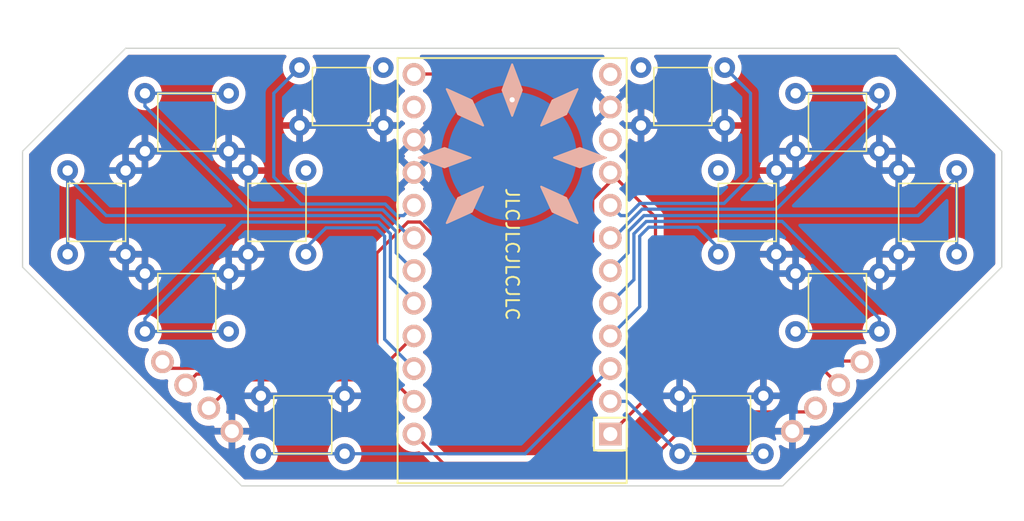
<source format=kicad_pcb>
(kicad_pcb (version 20211014) (generator pcbnew)
  (layers (0 "F.Cu" signal) (31 "B.Cu" signal) (34 "B.Paste" user) (35 "F.Paste" user) (36 "B.SilkS" user "B.Silkscreen") (37 "F.SilkS" user "F.Silkscreen") (38 "B.Mask" user) (39 "F.Mask" user) (44 "Edge.Cuts" user))
  (net 0 "")
  (net 1 "GND")
  (net 2 "UP")
  (net 3 "RIGHT")
  (net 4 "LEFT")
  (net 5 "DOWN")
  (net 6 "R")
  (net 7 "L")
  (net 8 "B")
  (net 9 "A")
  (net 10 "SELECT")
  (net 11 "START")
  (net 12 "MPLY")
  (net 13 "MREC")
  (net 14 "CAPTCH")
  (net 15 "LSTICKY")
  (net 16 "RSTICKX")
  (net 17 "RSTICKY")
  (net 18 "LSTICKX")
  (net 19 "VCC")
  (footprint "gnawman:Momentary_Button" (layer "F.Cu") (at 143.25 37.5)
    (fp_text reference "button" hide)
    (fp_text value "Momentary_Button" hide)
    (fp_rect (start -4.25 9.5) (end 0.25 5) (layer "F.SilkS") (width 0.12) (fill none))
    (pad "1" thru_hole oval (at -5.25 5 90) (size 1.6 1.6) (drill 0.8) (layers *.Cu *.Mask) (net 6 "R"))
    (pad "1" thru_hole oval (at 1.25 5 90) (size 1.6 1.6) (drill 0.8) (layers *.Cu *.Mask) (net 6 "R"))
    (pad "2" thru_hole oval (at -5.25 9.5 90) (size 1.6 1.6) (drill 0.8) (layers *.Cu *.Mask) (net 1 "GND"))
    (pad "2" thru_hole oval (at 1.25 9.5 90) (size 1.6 1.6) (drill 0.8) (layers *.Cu *.Mask) (net 1 "GND"))
  )
  (footprint "gnawman:Momentary_Button" (layer "F.Cu") (at 139.25 66 180)
    (fp_text reference "button" hide)
    (fp_text value "Momentary_Button" hide)
    (fp_rect (start -4.25 9.5) (end 0.25 5) (layer "F.SilkS") (width 0.12) (fill none))
    (pad "1" thru_hole oval (at 1.25 5 270) (size 1.6 1.6) (drill 0.8) (layers *.Cu *.Mask) (net 9 "A"))
    (pad "1" thru_hole oval (at -5.25 5 270) (size 1.6 1.6) (drill 0.8) (layers *.Cu *.Mask) (net 9 "A"))
    (pad "2" thru_hole oval (at 1.25 9.5 270) (size 1.6 1.6) (drill 0.8) (layers *.Cu *.Mask) (net 1 "GND"))
    (pad "2" thru_hole oval (at -5.25 9.5 270) (size 1.6 1.6) (drill 0.8) (layers *.Cu *.Mask) (net 1 "GND"))
  )
  (footprint "gnawman:Momentary_Button" (layer "F.Cu") (at 88.75 66 180)
    (fp_text reference "button" hide)
    (fp_text value "Momentary_Button" hide)
    (fp_rect (start -4.25 9.5) (end 0.25 5) (layer "F.SilkS") (width 0.12) (fill none))
    (pad "1" thru_hole oval (at 1.25 5 270) (size 1.6 1.6) (drill 0.8) (layers *.Cu *.Mask) (net 5 "DOWN"))
    (pad "1" thru_hole oval (at -5.25 5 270) (size 1.6 1.6) (drill 0.8) (layers *.Cu *.Mask) (net 5 "DOWN"))
    (pad "2" thru_hole oval (at -5.25 9.5 270) (size 1.6 1.6) (drill 0.8) (layers *.Cu *.Mask) (net 1 "GND"))
    (pad "2" thru_hole oval (at 1.25 9.5 270) (size 1.6 1.6) (drill 0.8) (layers *.Cu *.Mask) (net 1 "GND"))
  )
  (footprint "gnawman:Momentary_Button" (layer "F.Cu") (at 127 49.75 90)
    (fp_text reference "button" hide)
    (fp_text value "Momentary_Button" hide)
    (fp_rect (start -4.25 9.5) (end 0.25 5) (layer "F.SilkS") (width 0.12) (fill none))
    (pad "1" thru_hole oval locked (at 1.25 5 180) (size 1.6 1.6) (drill 0.8) (layers *.Cu *.Mask))
    (pad "1" thru_hole oval locked (at -5.25 5 180) (size 1.6 1.6) (drill 0.8) (layers *.Cu *.Mask) (net 7 "L"))
    (pad "2" thru_hole oval locked (at -5.25 9.5 180) (size 1.6 1.6) (drill 0.8) (layers *.Cu *.Mask) (net 1 "GND"))
    (pad "2" thru_hole oval locked (at 1.25 9.5 180) (size 1.6 1.6) (drill 0.8) (layers *.Cu *.Mask) (net 1 "GND"))
  )
  (footprint "ProMicro" (layer "F.Cu") (at 116 55 90)
    (fp_text reference "MCU1" hide)
    (fp_text value "" hide)
    (fp_line (start -15.24 6.35) (end -15.24 8.89) (layer "F.SilkS") (width 0.15))
    (fp_line (start 15.24 8.89) (end 15.24 -8.89) (layer "F.SilkS") (width 0.15))
    (fp_line (start -15.24 6.35) (end -12.7 6.35) (layer "F.SilkS") (width 0.15))
    (fp_line (start -12.7 6.35) (end -12.7 8.89) (layer "F.SilkS") (width 0.15))
    (fp_line (start 15.24 -8.89) (end -17.78 -8.89) (layer "F.SilkS") (width 0.15))
    (fp_line (start -17.78 8.89) (end 15.24 8.89) (layer "F.SilkS") (width 0.15))
    (fp_line (start -17.78 -8.89) (end -17.78 8.89) (layer "F.SilkS") (width 0.15))
    (pad "1" thru_hole rect locked (at -13.97 7.62 90) (size 1.7526 1.7526) (drill 1.0922) (layers *.Cu *.SilkS *.Mask) (net 16 "RSTICKX"))
    (pad "2" thru_hole circle locked (at -11.43 7.62 180) (size 1.7526 1.7526) (drill 1.0922) (layers *.Cu *.SilkS *.Mask) (net 11 "START"))
    (pad "3" thru_hole circle locked (at -8.89 7.62 180) (size 1.7526 1.7526) (drill 1.0922) (layers *.Cu *.SilkS *.Mask) (net 10 "SELECT"))
    (pad "4" thru_hole circle locked (at -6.35 7.62 180) (size 1.7526 1.7526) (drill 1.0922) (layers *.Cu *.SilkS *.Mask) (net 7 "L"))
    (pad "5" thru_hole circle locked (at -3.81 7.62 180) (size 1.7526 1.7526) (drill 1.0922) (layers *.Cu *.SilkS *.Mask) (net 9 "A"))
    (pad "6" thru_hole circle locked (at -1.27 7.62 180) (size 1.7526 1.7526) (drill 1.0922) (layers *.Cu *.SilkS *.Mask) (net 8 "B"))
    (pad "7" thru_hole circle (at 1.27 7.62 180) (size 1.7526 1.7526) (drill 1.0922) (layers *.Cu *.SilkS *.Mask) (net 6 "R"))
    (pad "8" thru_hole circle locked (at 3.81 7.62 180) (size 1.7526 1.7526) (drill 1.0922) (layers *.Cu *.SilkS *.Mask) (net 12 "MPLY"))
    (pad "9" thru_hole circle locked (at 6.35 7.62 180) (size 1.7526 1.7526) (drill 1.0922) (layers *.Cu *.SilkS *.Mask) (net 19 "VCC"))
    (pad "10" thru_hole circle locked (at 8.89 7.62 180) (size 1.7526 1.7526) (drill 1.0922) (layers *.Cu *.SilkS *.Mask))
    (pad "11" thru_hole circle locked (at 11.43 7.62 180) (size 1.7526 1.7526) (drill 1.0922) (layers *.Cu *.SilkS *.Mask) (net 1 "GND"))
    (pad "12" thru_hole circle locked (at 13.97 7.62 180) (size 1.7526 1.7526) (drill 1.0922) (layers *.Cu *.SilkS *.Mask))
    (pad "13" thru_hole circle locked (at -13.97 -7.62 180) (size 1.7526 1.7526) (drill 1.0922) (layers *.Cu *.SilkS *.Mask) (net 17 "RSTICKY"))
    (pad "14" thru_hole circle locked (at -11.43 -7.62 180) (size 1.7526 1.7526) (drill 1.0922) (layers *.Cu *.SilkS *.Mask) (net 15 "LSTICKY"))
    (pad "15" thru_hole circle locked (at -8.89 -7.62 180) (size 1.7526 1.7526) (drill 1.0922) (layers *.Cu *.SilkS *.Mask) (net 3 "RIGHT"))
    (pad "16" thru_hole circle locked (at -6.35 -7.62 180) (size 1.7526 1.7526) (drill 1.0922) (layers *.Cu *.SilkS *.Mask) (net 18 "LSTICKX"))
    (pad "17" thru_hole circle locked (at -3.81 -7.62 180) (size 1.7526 1.7526) (drill 1.0922) (layers *.Cu *.SilkS *.Mask) (net 5 "DOWN"))
    (pad "18" thru_hole circle locked (at -1.27 -7.62 180) (size 1.7526 1.7526) (drill 1.0922) (layers *.Cu *.SilkS *.Mask) (net 4 "LEFT"))
    (pad "19" thru_hole circle locked (at 1.27 -7.62 180) (size 1.7526 1.7526) (drill 1.0922) (layers *.Cu *.SilkS *.Mask) (net 2 "UP"))
    (pad "20" thru_hole circle locked (at 3.81 -7.62 180) (size 1.7526 1.7526) (drill 1.0922) (layers *.Cu *.SilkS *.Mask) (net 13 "MREC"))
    (pad "21" thru_hole circle locked (at 6.35 -7.62 180) (size 1.7526 1.7526) (drill 1.0922) (layers *.Cu *.SilkS *.Mask) (net 1 "GND"))
    (pad "22" thru_hole circle locked (at 8.89 -7.62 180) (size 1.7526 1.7526) (drill 1.0922) (layers *.Cu *.SilkS *.Mask) (net 1 "GND"))
    (pad "23" thru_hole circle locked (at 11.43 -7.62 180) (size 1.7526 1.7526) (drill 1.0922) (layers *.Cu *.SilkS *.Mask))
    (pad "24" thru_hole circle locked (at 13.97 -7.62 180) (size 1.7526 1.7526) (drill 1.0922) (layers *.Cu *.SilkS *.Mask) (net 14 "CAPTCH"))
  )
  (footprint "" (layer "F.Cu") (at 94.25 68.75 45)
    (fp_text reference "" (at 0 0 45) (layer "F.SilkS") (effects (font (size 1.27 1.27))))
    (fp_text value "" (at 0 0 45) (layer "F.SilkS") (effects (font (size 1.27 1.27))))
    (pad "13" thru_hole circle locked (at 0 0 225) (size 1.7526 1.7526) (drill 1.0922) (layers *.Cu *.SilkS *.Mask) (net 1 "GND"))
  )
  (footprint "gnawman:Momentary_Button" (layer "F.Cu") (at 155.5 53.75 -90)
    (fp_text reference "button" hide)
    (fp_text value "Momentary_Button" hide)
    (fp_rect (start -4.25 9.5) (end 0.25 5) (layer "F.SilkS") (width 0.12) (fill none))
    (pad "1" thru_hole oval (at 1.25 5) (size 1.6 1.6) (drill 0.8) (layers *.Cu *.Mask) (net 8 "B"))
    (pad "1" thru_hole oval (at -5.25 5) (size 1.6 1.6) (drill 0.8) (layers *.Cu *.Mask) (net 8 "B"))
    (pad "2" thru_hole oval (at 1.25 9.5) (size 1.6 1.6) (drill 0.8) (layers *.Cu *.Mask) (net 1 "GND"))
    (pad "2" thru_hole oval (at -5.25 9.5) (size 1.6 1.6) (drill 0.8) (layers *.Cu *.Mask) (net 1 "GND"))
  )
  (footprint "gnawman:Momentary_Button" (layer "F.Cu") (at 97.75 75.5 180)
    (fp_text reference "button" hide)
    (fp_text value "Momentary_Button" hide)
    (fp_rect (start -4.25 9.5) (end 0.25 5) (layer "F.SilkS") (width 0.12) (fill none))
    (pad "1" thru_hole oval (at -5.25 5 270) (size 1.6 1.6) (drill 0.8) (layers *.Cu *.Mask) (net 10 "SELECT"))
    (pad "1" thru_hole oval (at 1.25 5 270) (size 1.6 1.6) (drill 0.8) (layers *.Cu *.Mask) (net 10 "SELECT"))
    (pad "2" thru_hole oval (at -5.25 9.5 270) (size 1.6 1.6) (drill 0.8) (layers *.Cu *.Mask) (net 1 "GND"))
    (pad "2" thru_hole oval (at 1.25 9.5 270) (size 1.6 1.6) (drill 0.8) (layers *.Cu *.Mask) (net 1 "GND"))
  )
  (footprint "gnawman:Momentary_Button" (layer "F.Cu") (at 92.75 37.5)
    (fp_text reference "button" hide)
    (fp_text value "Momentary_Button" hide)
    (fp_rect (start -4.25 9.5) (end 0.25 5) (layer "F.SilkS") (width 0.12) (fill none))
    (pad "1" thru_hole oval (at 1.25 5 90) (size 1.6 1.6) (drill 0.8) (layers *.Cu *.Mask) (net 2 "UP"))
    (pad "1" thru_hole oval (at -5.25 5 90) (size 1.6 1.6) (drill 0.8) (layers *.Cu *.Mask) (net 2 "UP"))
    (pad "2" thru_hole oval (at 1.25 9.5 90) (size 1.6 1.6) (drill 0.8) (layers *.Cu *.Mask) (net 1 "GND"))
    (pad "2" thru_hole oval (at -5.25 9.5 90) (size 1.6 1.6) (drill 0.8) (layers *.Cu *.Mask) (net 1 "GND"))
  )
  (footprint "" (layer "F.Cu") (at 92.453949 66.953949 45)
    (fp_text reference "" (at 0 0 45) (layer "F.SilkS") (effects (font (size 1.27 1.27))))
    (fp_text value "" (at 0 0 45) (layer "F.SilkS") (effects (font (size 1.27 1.27))))
    (pad "14" thru_hole circle locked (at 0 0 225) (size 1.7526 1.7526) (drill 1.0922) (layers *.Cu *.SilkS *.Mask) (net 15 "LSTICKY"))
  )
  (footprint "gnawman:Momentary_Button" (layer "F.Cu") (at 104.75 35.5)
    (fp_text reference "button" hide)
    (fp_text value "Momentary_Button" hide)
    (fp_rect (start -4.25 9.5) (end 0.25 5) (layer "F.SilkS") (width 0.12) (fill none))
    (pad "1" thru_hole oval (at 1.25 5 90) (size 1.6 1.6) (drill 0.8) (layers *.Cu *.Mask))
    (pad "1" thru_hole oval (at -5.25 5 90) (size 1.6 1.6) (drill 0.8) (layers *.Cu *.Mask) (net 13 "MREC"))
    (pad "2" thru_hole oval (at 1.25 9.5 90) (size 1.6 1.6) (drill 0.8) (layers *.Cu *.Mask) (net 1 "GND"))
    (pad "2" thru_hole oval (at -5.25 9.5 90) (size 1.6 1.6) (drill 0.8) (layers *.Cu *.Mask) (net 1 "GND"))
  )
  (footprint "" (layer "F.Cu") (at 88.861846 63.361846 45)
    (fp_text reference "" (at 0 0 45) (layer "F.SilkS") (effects (font (size 1.27 1.27))))
    (fp_text value "" (at 0 0 45) (layer "F.SilkS") (effects (font (size 1.27 1.27))))
    (pad "16" thru_hole circle locked (at 0 0 225) (size 1.7526 1.7526) (drill 1.0922) (layers *.Cu *.SilkS *.Mask) (net 19 "VCC"))
  )
  (footprint "gnawman:Momentary_Button" (layer "F.Cu") (at 105 53.75 -90)
    (fp_text reference "button" hide)
    (fp_text value "Momentary_Button" hide)
    (fp_rect (start -4.25 9.5) (end 0.25 5) (layer "F.SilkS") (width 0.12) (fill none))
    (pad "1" thru_hole oval (at 1.25 5) (size 1.6 1.6) (drill 0.8) (layers *.Cu *.Mask) (net 3 "RIGHT"))
    (pad "1" thru_hole oval (at -5.25 5) (size 1.6 1.6) (drill 0.8) (layers *.Cu *.Mask))
    (pad "2" thru_hole oval (at -5.25 9.5) (size 1.6 1.6) (drill 0.8) (layers *.Cu *.Mask) (net 1 "GND"))
    (pad "2" thru_hole oval (at 1.25 9.5) (size 1.6 1.6) (drill 0.8) (layers *.Cu *.Mask) (net 1 "GND"))
  )
  (footprint "" (layer "F.Cu") (at 141.342102 65.157898 -45)
    (fp_text reference "" (at 0 0 135) (layer "F.SilkS") (effects (font (size 1.27 1.27))))
    (fp_text value "" (at 0 0 135) (layer "F.SilkS") (effects (font (size 1.27 1.27))))
    (pad "15" thru_hole circle locked (at 0 0 135) (size 1.7526 1.7526) (drill 1.0922) (layers *.Cu *.SilkS *.Mask) (net 16 "RSTICKX"))
  )
  (footprint "gnawman:Momentary_Button" (layer "F.Cu") (at 76.5 49.75 90)
    (fp_text reference "button" hide)
    (fp_text value "Momentary_Button" hide)
    (fp_rect (start -4.25 9.5) (end 0.25 5) (layer "F.SilkS") (width 0.12) (fill none))
    (pad "1" thru_hole oval (at -5.25 5 180) (size 1.6 1.6) (drill 0.8) (layers *.Cu *.Mask) (net 4 "LEFT"))
    (pad "1" thru_hole oval (at 1.25 5 180) (size 1.6 1.6) (drill 0.8) (layers *.Cu *.Mask) (net 4 "LEFT"))
    (pad "2" thru_hole oval (at 1.25 9.5 180) (size 1.6 1.6) (drill 0.8) (layers *.Cu *.Mask) (net 1 "GND"))
    (pad "2" thru_hole oval (at -5.25 9.5 180) (size 1.6 1.6) (drill 0.8) (layers *.Cu *.Mask) (net 1 "GND"))
  )
  (footprint "" (layer "F.Cu") (at 143.138154 63.361846 -45)
    (fp_text reference "" (at 0 0 135) (layer "F.SilkS") (effects (font (size 1.27 1.27))))
    (fp_text value "" (at 0 0 135) (layer "F.SilkS") (effects (font (size 1.27 1.27))))
    (pad "16" thru_hole circle locked (at 0 0 135) (size 1.7526 1.7526) (drill 1.0922) (layers *.Cu *.SilkS *.Mask) (net 19 "VCC"))
  )
  (footprint "gnawman:Momentary_Button" (layer "F.Cu") (at 130.25 75.5 180)
    (fp_text reference "button" hide)
    (fp_text value "Momentary_Button" hide)
    (fp_rect (start -4.25 9.5) (end 0.25 5) (layer "F.SilkS") (width 0.12) (fill none))
    (pad "1" thru_hole oval (at 1.25 5 270) (size 1.6 1.6) (drill 0.8) (layers *.Cu *.Mask) (net 11 "START"))
    (pad "1" thru_hole oval (at -5.25 5 270) (size 1.6 1.6) (drill 0.8) (layers *.Cu *.Mask) (net 11 "START"))
    (pad "2" thru_hole oval (at -5.25 9.5 270) (size 1.6 1.6) (drill 0.8) (layers *.Cu *.Mask) (net 1 "GND"))
    (pad "2" thru_hole oval (at 1.25 9.5 270) (size 1.6 1.6) (drill 0.8) (layers *.Cu *.Mask) (net 1 "GND"))
  )
  (footprint "" (layer "F.Cu") (at 90.657898 65.157898 45)
    (fp_text reference "" (at 0 0 45) (layer "F.SilkS") (effects (font (size 1.27 1.27))))
    (fp_text value "" (at 0 0 45) (layer "F.SilkS") (effects (font (size 1.27 1.27))))
    (pad "15" thru_hole circle locked (at 0 0 225) (size 1.7526 1.7526) (drill 1.0922) (layers *.Cu *.SilkS *.Mask) (net 18 "LSTICKX"))
  )
  (footprint "" (layer "F.Cu") (at 137.75 68.75 -45)
    (fp_text reference "" (at 0 0 135) (layer "F.SilkS") (effects (font (size 1.27 1.27))))
    (fp_text value "" (at 0 0 135) (layer "F.SilkS") (effects (font (size 1.27 1.27))))
    (pad "13" thru_hole circle locked (at 0 0 135) (size 1.7526 1.7526) (drill 1.0922) (layers *.Cu *.SilkS *.Mask) (net 1 "GND"))
  )
  (footprint "" (layer "F.Cu") (at 139.546051 66.953949 -45)
    (fp_text reference "" (at 0 0 135) (layer "F.SilkS") (effects (font (size 1.27 1.27))))
    (fp_text value "" (at 0 0 135) (layer "F.SilkS") (effects (font (size 1.27 1.27))))
    (pad "14" thru_hole circle locked (at 0 0 135) (size 1.7526 1.7526) (drill 1.0922) (layers *.Cu *.SilkS *.Mask) (net 17 "RSTICKY"))
  )
  (footprint "gnawman:Momentary_Button" (layer "F.Cu") (at 131.25 35.5)
    (fp_text reference "button" hide)
    (fp_text value "Momentary_Button" hide)
    (fp_rect (start -4.25 9.5) (end 0.25 5) (layer "F.SilkS") (width 0.12) (fill none))
    (pad "1" thru_hole oval (at -5.25 5 90) (size 1.6 1.6) (drill 0.8) (layers *.Cu *.Mask))
    (pad "1" thru_hole oval (at 1.25 5 90) (size 1.6 1.6) (drill 0.8) (layers *.Cu *.Mask) (net 12 "MPLY"))
    (pad "2" thru_hole oval (at 1.25 9.5 90) (size 1.6 1.6) (drill 0.8) (layers *.Cu *.Mask) (net 1 "GND"))
    (pad "2" thru_hole oval (at -5.25 9.5 90) (size 1.6 1.6) (drill 0.8) (layers *.Cu *.Mask) (net 1 "GND"))
  )
  (gr_poly (pts (xy 110.75 48.250001) (xy 108.75 47.5) (xy 110.75 46.749999) (xy 112.75 47.5)) (layer "B.SilkS") (width 0.15) (fill solid))
  (gr_poly (pts (xy 115.249999 42.25) (xy 116 40.25) (xy 116.750001 42.25) (xy 116 44.25)) (layer "B.SilkS") (width 0.15) (fill solid))
  (gr_poly (pts (xy 119.133883 43.055456) (xy 121.078427 42.171573) (xy 120.194544 44.116117) (xy 118.25 45)) (layer "B.SilkS") (width 0.15) (fill solid))
  (gr_poly (pts (xy 120.194544 50.633883) (xy 121.078427 52.578427) (xy 119.133883 51.694544) (xy 118.25 49.75)) (layer "B.SilkS") (width 0.15) (fill solid))
  (gr_poly (pts (xy 111.805456 44.116117) (xy 110.921573 42.171573) (xy 112.866117 43.055456) (xy 113.75 45)) (layer "B.SilkS") (width 0.15) (fill solid))
  (gr_poly (pts (xy 121.25 46.749999) (xy 123.25 47.5) (xy 121.25 48.250001) (xy 119.25 47.5)) (layer "B.SilkS") (width 0.15) (fill solid))
  (gr_poly (pts (xy 112.866117 51.694544) (xy 110.921573 52.578427) (xy 111.805456 50.633883) (xy 113.75 49.75)) (layer "B.SilkS") (width 0.15) (fill solid))
  (gr_line (start 78 47) (end 86 39) (layer "Edge.Cuts") (width 0.1))
  (gr_line (start 95 73) (end 137 73) (layer "Edge.Cuts") (width 0.1))
  (gr_line (start 146 39) (end 86 39) (layer "Edge.Cuts") (width 0.1))
  (gr_line (start 137 73) (end 154 56) (layer "Edge.Cuts") (width 0.1))
  (gr_line (start 95 73) (end 78 56) (layer "Edge.Cuts") (width 0.1))
  (gr_line (start 78 56) (end 78 47) (layer "Edge.Cuts") (width 0.1))
  (gr_line (start 154 47) (end 146 39) (layer "Edge.Cuts") (width 0.1))
  (gr_line (start 154 56) (end 154 47) (layer "Edge.Cuts") (width 0.1))
  (gr_text "JLCJLCJLCJLC" (at 116 55 270) (layer "F.SilkS") (effects (font (size 1 1))))
  (segment (start 87.5 43.5) (end 87.5 42.5) (width 0.25) (layer "B.Cu") (net 2))
  (segment (start 87.5 42.5) (end 94 42.5) (width 0.25) (layer "B.Cu") (net 2))
  (segment (start 95.55 51.55) (end 87.5 43.5) (width 0.25) (layer "B.Cu") (net 2))
  (segment (start 105.959188 51.55) (end 95.55 51.55) (width 0.25) (layer "B.Cu") (net 2))
  (segment (start 108.38 53.73) (end 108.139188 53.73) (width 0.25) (layer "B.Cu") (net 2))
  (segment (start 108.139188 53.73) (end 105.959188 51.55) (width 0.25) (layer "B.Cu") (net 2))
  (segment (start 106.1 53.6) (end 106.1 61.61) (width 0.25) (layer "B.Cu") (net 3))
  (segment (start 100 54.5) (end 101.55 52.95) (width 0.25) (layer "B.Cu") (net 3))
  (segment (start 101.55 52.95) (end 105.45 52.95) (width 0.25) (layer "B.Cu") (net 3))
  (segment (start 105.45 52.95) (end 106.1 53.6) (width 0.25) (layer "B.Cu") (net 3))
  (segment (start 106.1 61.61) (end 108.38 63.89) (width 0.25) (layer "B.Cu") (net 3))
  (segment (start 81.5 55) (end 81.5 48.5) (width 0.25) (layer "B.Cu") (net 4))
  (segment (start 84.5 52) (end 81.5 49) (width 0.25) (layer "B.Cu") (net 4))
  (segment (start 84.5 52) (end 105.772792 52) (width 0.25) (layer "B.Cu") (net 4))
  (segment (start 107 53.227208) (end 107 54.89) (width 0.25) (layer "B.Cu") (net 4))
  (segment (start 105.772792 52) (end 107 53.227208) (width 0.25) (layer "B.Cu") (net 4))
  (segment (start 81.5 49) (end 81.5 48.5) (width 0.25) (layer "B.Cu") (net 4))
  (segment (start 107 54.89) (end 108.38 56.27) (width 0.25) (layer "B.Cu") (net 4))
  (segment (start 95 52.5) (end 87.5 60) (width 0.25) (layer "B.Cu") (net 5))
  (segment (start 87 61) (end 93.5 61) (width 0.25) (layer "B.Cu") (net 5))
  (segment (start 108.38 58.595) (end 108.38 58.81) (width 0.25) (layer "B.Cu") (net 5))
  (segment (start 106.55 53.413604) (end 106.55 56.765) (width 0.25) (layer "B.Cu") (net 5))
  (segment (start 87.5 60) (end 87.5 61) (width 0.25) (layer "B.Cu") (net 5))
  (segment (start 106.55 56.765) (end 108.38 58.595) (width 0.25) (layer "B.Cu") (net 5))
  (segment (start 105.636396 52.5) (end 106.55 53.413604) (width 0.25) (layer "B.Cu") (net 5))
  (segment (start 95 52.5) (end 105.636396 52.5) (width 0.25) (layer "B.Cu") (net 5))
  (segment (start 136.5 51.5) (end 126.090812 51.5) (width 0.25) (layer "B.Cu") (net 6))
  (segment (start 136.5 51.5) (end 144.5 43.5) (width 0.25) (layer "B.Cu") (net 6))
  (segment (start 144.5 43.5) (end 144.5 42.5) (width 0.25) (layer "B.Cu") (net 6))
  (segment (start 126.090812 51.5) (end 123.860812 53.73) (width 0.25) (layer "B.Cu") (net 6))
  (segment (start 138.5 42.5) (end 145 42.5) (width 0.25) (layer "B.Cu") (net 6))
  (segment (start 123.860812 53.73) (end 123.62 53.73) (width 0.25) (layer "B.Cu") (net 6))
  (segment (start 130.4 52.9) (end 126.6 52.9) (width 0.25) (layer "B.Cu") (net 7))
  (segment (start 126.6 52.9) (end 125.9 53.6) (width 0.25) (layer "B.Cu") (net 7))
  (segment (start 132 54.5) (end 130.4 52.9) (width 0.25) (layer "B.Cu") (net 7))
  (segment (start 125.9 59.07) (end 123.62 61.35) (width 0.25) (layer "B.Cu") (net 7))
  (segment (start 125.9 53.6) (end 125.9 59.07) (width 0.25) (layer "B.Cu") (net 7))
  (segment (start 147.5 52) (end 150.5 49) (width 0.25) (layer "B.Cu") (net 8))
  (segment (start 125 53.227208) (end 125 54.89) (width 0.25) (layer "B.Cu") (net 8))
  (segment (start 126.227208 52) (end 125 53.227208) (width 0.25) (layer "B.Cu") (net 8))
  (segment (start 147.5 52) (end 126.227208 52) (width 0.25) (layer "B.Cu") (net 8))
  (segment (start 150.5 48.5) (end 150.5 55) (width 0.25) (layer "B.Cu") (net 8))
  (segment (start 125 54.89) (end 123.62 56.27) (width 0.25) (layer "B.Cu") (net 8))
  (segment (start 150.5 49) (end 150.5 48.5) (width 0.25) (layer "B.Cu") (net 8))
  (segment (start 125.45 53.413604) (end 125.45 56.98) (width 0.25) (layer "B.Cu") (net 9))
  (segment (start 138.5 61) (end 145 61) (width 0.25) (layer "B.Cu") (net 9))
  (segment (start 136.95 52.45) (end 126.413604 52.45) (width 0.25) (layer "B.Cu") (net 9))
  (segment (start 136.95 52.45) (end 144.5 60) (width 0.25) (layer "B.Cu") (net 9))
  (segment (start 144.5 60) (end 144.5 61) (width 0.25) (layer "B.Cu") (net 9))
  (segment (start 125.45 56.98) (end 123.62 58.81) (width 0.25) (layer "B.Cu") (net 9))
  (segment (start 126.413604 52.45) (end 125.45 53.413604) (width 0.25) (layer "B.Cu") (net 9))
  (segment (start 103 70.5) (end 96.5 70.5) (width 0.25) (layer "B.Cu") (net 10))
  (segment (start 117.01 70.5) (end 123.62 63.89) (width 0.25) (layer "B.Cu") (net 10))
  (segment (start 103 70.5) (end 117.01 70.5) (width 0.25) (layer "B.Cu") (net 10))
  (segment (start 135.5 70.5) (end 129 70.5) (width 0.25) (layer "B.Cu") (net 11))
  (segment (start 129 70.5) (end 124.93 66.43) (width 0.25) (layer "B.Cu") (net 11))
  (segment (start 124.93 66.43) (end 123.62 66.43) (width 0.25) (layer "B.Cu") (net 11))
  (segment (start 124.954416 52) (end 124.43 52) (width 0.25) (layer "B.Cu") (net 12))
  (segment (start 134.5 49) (end 132.45 51.05) (width 0.25) (layer "B.Cu") (net 12))
  (segment (start 125.904416 51.05) (end 124.954416 52) (width 0.25) (layer "B.Cu") (net 12))
  (segment (start 134.5 42.5) (end 134.5 49) (width 0.25) (layer "B.Cu") (net 12))
  (segment (start 132.5 40.5) (end 134.5 42.5) (width 0.25) (layer "B.Cu") (net 12))
  (segment (start 132.45 51.05) (end 125.904416 51.05) (width 0.25) (layer "B.Cu") (net 12))
  (segment (start 124.43 52) (end 123.62 51.19) (width 0.25) (layer "B.Cu") (net 12))
  (segment (start 97.5 42.5) (end 97.5 49) (width 0.25) (layer "B.Cu") (net 13))
  (segment (start 107.045584 52) (end 107.57 52) (width 0.25) (layer "B.Cu") (net 13))
  (segment (start 99.6 51.1) (end 106.145584 51.1) (width 0.25) (layer "B.Cu") (net 13))
  (segment (start 99.5 40.5) (end 97.5 42.5) (width 0.25) (layer "B.Cu") (net 13))
  (segment (start 106.145584 51.1) (end 107.045584 52) (width 0.25) (layer "B.Cu") (net 13))
  (segment (start 97.5 49) (end 99.6 51.1) (width 0.25) (layer "B.Cu") (net 13))
  (segment (start 107.57 52) (end 108.38 51.19) (width 0.25) (layer "B.Cu") (net 13))
  (segment (start 108.41 41) (end 108.38 41.03) (width 0.25) (layer "F.Cu") (net 14))
  (segment (start 116 41.25) (end 115.75 41) (width 0.25) (layer "F.Cu") (net 14))
  (segment (start 115.75 41) (end 108.41 41) (width 0.25) (layer "F.Cu") (net 14))
  (segment (start 116 43) (end 116 41.25) (width 0.25) (layer "F.Cu") (net 14))
  (via (at 116 43) (size 0.8) (drill 0.4) (layers "F.Cu" "B.Cu") (net 14))
  (segment (start 106.711846 64.761846) (end 94.646052 64.761846) (width 0.25) (layer "F.Cu") (net 15))
  (segment (start 108.38 66.43) (end 106.711846 64.761846) (width 0.25) (layer "F.Cu") (net 15))
  (segment (start 94.646052 64.761846) (end 91.953949 67.453949) (width 0.25) (layer "F.Cu") (net 15))
  (segment (start 139.934204 63.75) (end 141.342102 65.157898) (width 0.25) (layer "F.Cu") (net 16))
  (segment (start 123.62 68.97) (end 128.84 63.75) (width 0.25) (layer "F.Cu") (net 16))
  (segment (start 128.84 63.75) (end 139.934204 63.75) (width 0.25) (layer "F.Cu") (net 16))
  (segment (start 108.38 68.97) (end 110.66 71.25) (width 0.25) (layer "F.Cu") (net 17))
  (segment (start 110.66 71.25) (end 126.5 71.25) (width 0.25) (layer "F.Cu") (net 17))
  (segment (start 130.5 67.25) (end 139.842102 67.25) (width 0.25) (layer "F.Cu") (net 17))
  (segment (start 126.5 71.25) (end 130.5 67.25) (width 0.25) (layer "F.Cu") (net 17))
  (segment (start 91.50395 64.311846) (end 90.157898 65.657898) (width 0.25) (layer "F.Cu") (net 18))
  (segment (start 108.38 61.35) (end 105.418154 64.311846) (width 0.25) (layer "F.Cu") (net 18))
  (segment (start 105.418154 64.311846) (end 91.50395 64.311846) (width 0.25) (layer "F.Cu") (net 18))
  (segment (start 105.5 62.25) (end 105.5 54.911105) (width 0.25) (layer "F.Cu") (net 19))
  (segment (start 143.076308 63.3) (end 143.138154 63.361846) (width 0.25) (layer "F.Cu") (net 19))
  (segment (start 107.911105 52.5) (end 108.848895 52.5) (width 0.25) (layer "F.Cu") (net 19))
  (segment (start 127.125 52.125) (end 127.125 61.771396) (width 0.25) (layer "F.Cu") (net 19))
  (segment (start 124.8213 49.8513) (end 124.8513 49.8513) (width 0.25) (layer "F.Cu") (net 19))
  (segment (start 123.62 48.65) (end 124.8213 49.8513) (width 0.25) (layer "F.Cu") (net 19))
  (segment (start 128.653604 63.3) (end 143.076308 63.3) (width 0.25) (layer "F.Cu") (net 19))
  (segment (start 108.848895 52.5) (end 112.049448 55.700552) (width 0.25) (layer "F.Cu") (net 19))
  (segment (start 120.549448 55.700552) (end 122.25 54) (width 0.25) (layer "F.Cu") (net 19))
  (segment (start 88.361846 63.861846) (end 103.888154 63.861846) (width 0.25) (layer "F.Cu") (net 19))
  (segment (start 122.25 50.75) (end 123.62 49.38) (width 0.25) (layer "F.Cu") (net 19))
  (segment (start 123.62 49.38) (end 123.62 48.65) (width 0.25) (layer "F.Cu") (net 19))
  (segment (start 105.5 54.911105) (end 107.911105 52.5) (width 0.25) (layer "F.Cu") (net 19))
  (segment (start 127.125 61.771396) (end 128.653604 63.3) (width 0.25) (layer "F.Cu") (net 19))
  (segment (start 122.25 54) (end 122.25 50.75) (width 0.25) (layer "F.Cu") (net 19))
  (segment (start 103.888154 63.861846) (end 105.5 62.25) (width 0.25) (layer "F.Cu") (net 19))
  (segment (start 112.049448 55.700552) (end 120.549448 55.700552) (width 0.25) (layer "F.Cu") (net 19))
  (segment (start 124.8513 49.8513) (end 127.125 52.125) (width 0.25) (layer "F.Cu") (net 19))
  (zone (net 1) (net_name "GND") (layers F&B.Cu) (connect_pads (clearance 0.508)) (min_thickness 0.254) (fill yes (thermal_gap 0.508) (thermal_bridge_width 0.508))
    (polygon (pts (xy 154 47) (xy 154 56) (xy 137 73) (xy 95 73) (xy 78 56) (xy 78 47) (xy 86 39) (xy 146 39)))
  )
  (zone (net 14) (net_name "CAPTCH") (layer "B.Cu") (priority 1) (connect_pads (clearance 0.508)) (min_thickness 0.254) (fill yes (thermal_gap 0.508) (thermal_bridge_width 0.508))
    (polygon (pts (xy 121.00504 47.381017) (xy 120.985225 46.936097) (xy 120.925938 46.494701) (xy 120.827648 46.060322) (xy 120.691134 45.6364) (xy 120.517475 45.226292) (xy 120.308048 44.833244) (xy 120.064511 44.46037) (xy 119.788791 44.110621) (xy 119.483071 43.786766) (xy 119.149774 43.49137) (xy 118.791537 43.226772) (xy 118.411196 42.995067) (xy 118.011765 42.798089) (xy 117.596404 42.637398) (xy 117.168403 42.514267) (xy 116.731151 42.429669) (xy 116.28811 42.384276) (xy 115.842788 42.378447) (xy 115.39871 42.412227) (xy 114.959394 42.485349) (xy 114.528316 42.597235) (xy 114.108892 42.746998) (xy 113.704441 42.933452) (xy 113.318165 43.155122) (xy 112.953125 43.410252) (xy 112.612209 43.696822) (xy 112.298117 44.012562) (xy 112.013336 44.354974) (xy 111.760121 44.721346) (xy 111.540477 45.108776) (xy 111.356142 45.514198) (xy 111.208578 45.934401) (xy 111.098951 46.366058) (xy 111.02813 46.805752) (xy 110.996675 47.25) (xy 111.004836 47.695286) (xy 111.052549 48.138083) (xy 111.139434 48.574886) (xy 111.264805 49.002237) (xy 111.427668 49.41675) (xy 111.626735 49.815145) (xy 111.860429 50.194267) (xy 112.126899 50.551114) (xy 112.424036 50.88286) (xy 112.749487 51.186879) (xy 113.100675 51.460764) (xy 113.474819 51.702346) (xy 113.868958 51.909713) (xy 114.279969 52.081221) (xy 114.7046 52.215514) (xy 115.139488 52.311529) (xy 115.581189 52.368504) (xy 116.026206 52.385988) (xy 116.471016 52.363844) (xy 116.912096 52.302247) (xy 117.345954 52.201684) (xy 117.769156 52.062952) (xy 118.178349 51.887148) (xy 118.570295 51.675666) (xy 118.941889 51.430179) (xy 119.290189 51.152632) (xy 119.612439 50.845221) (xy 119.906085 50.510382) (xy 120.168804 50.150764) (xy 120.398515 49.769216) (xy 120.593399 49.368758) (xy 120.751912 48.952562) (xy 120.872801 48.523922) (xy 120.955108 48.086233) (xy 120.998181 47.642961)))
  )
)
</source>
